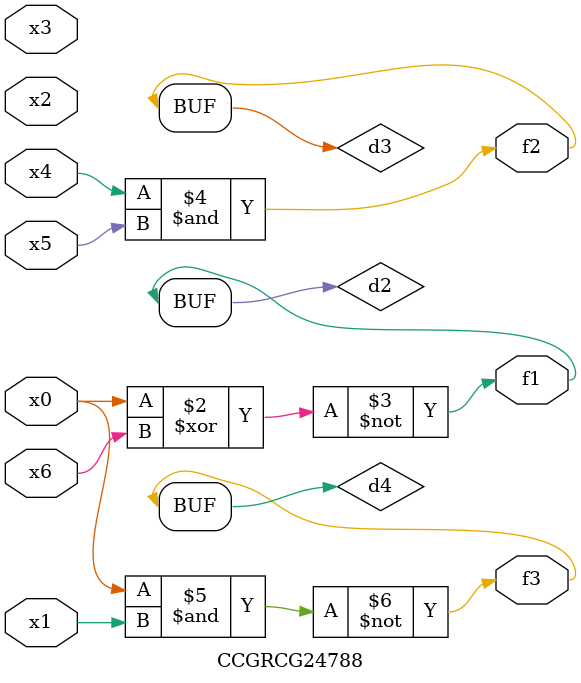
<source format=v>
module CCGRCG24788(
	input x0, x1, x2, x3, x4, x5, x6,
	output f1, f2, f3
);

	wire d1, d2, d3, d4;

	nor (d1, x0);
	xnor (d2, x0, x6);
	and (d3, x4, x5);
	nand (d4, x0, x1);
	assign f1 = d2;
	assign f2 = d3;
	assign f3 = d4;
endmodule

</source>
